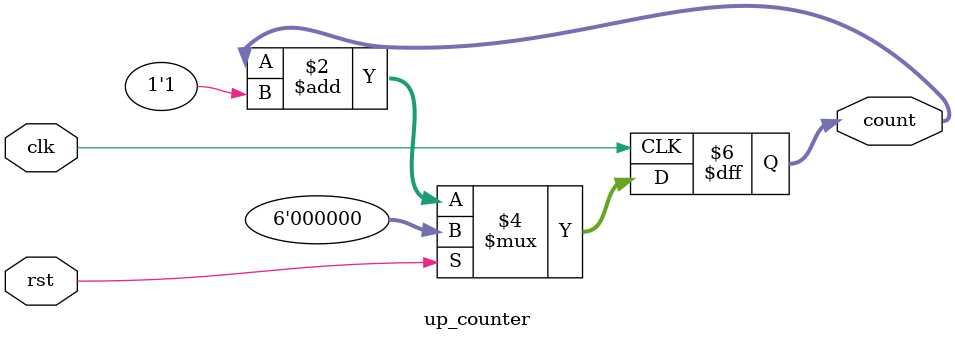
<source format=v>
module up_counter(clk,rst,count);
	input clk,rst;
	output reg [5:0]count;
	
	always@(posedge clk)
		begin
			if(rst)
				count <= 6'b0;
			else
				count <= count + 1'b1;
		end
endmodule
</source>
